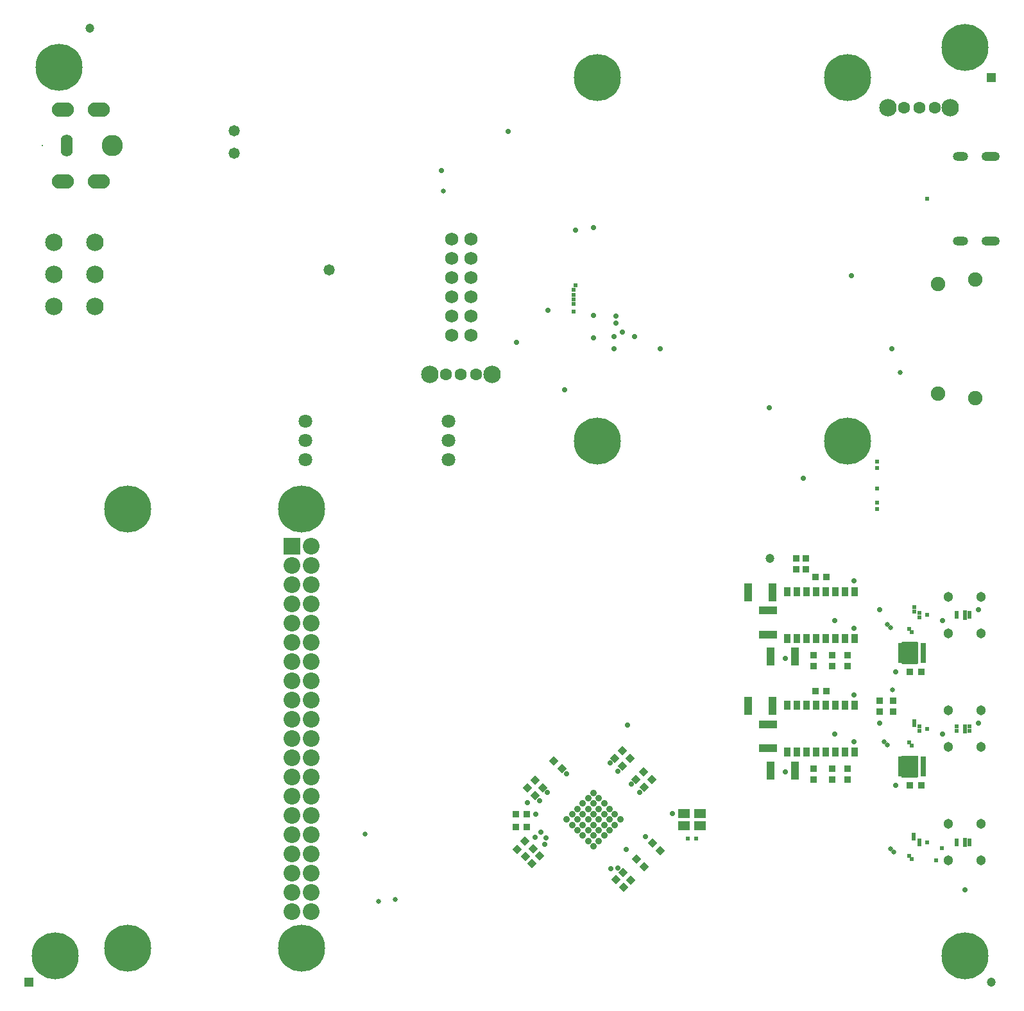
<source format=gbr>
%TF.GenerationSoftware,Altium Limited,Altium Designer,22.2.1 (43)*%
G04 Layer_Color=16711935*
%FSLAX26Y26*%
%MOIN*%
%TF.SameCoordinates,92DA24ED-A250-4A13-B4DD-B7D196A9CFE6*%
%TF.FilePolarity,Negative*%
%TF.FileFunction,Soldermask,Bot*%
%TF.Part,Single*%
G01*
G75*
%TA.AperFunction,SMDPad,CuDef*%
%ADD27R,0.023622X0.023622*%
%ADD39R,0.035433X0.033465*%
%ADD47R,0.043307X0.094488*%
%ADD48R,0.033465X0.035433*%
G04:AMPARAMS|DCode=93|XSize=33.465mil|YSize=35.433mil|CornerRadius=0mil|HoleSize=0mil|Usage=FLASHONLY|Rotation=225.000|XOffset=0mil|YOffset=0mil|HoleType=Round|Shape=Rectangle|*
%AMROTATEDRECTD93*
4,1,4,-0.000696,0.024359,0.024359,-0.000696,0.000696,-0.024359,-0.024359,0.000696,-0.000696,0.024359,0.0*
%
%ADD93ROTATEDRECTD93*%

G04:AMPARAMS|DCode=94|XSize=33.465mil|YSize=35.433mil|CornerRadius=0mil|HoleSize=0mil|Usage=FLASHONLY|Rotation=315.000|XOffset=0mil|YOffset=0mil|HoleType=Round|Shape=Rectangle|*
%AMROTATEDRECTD94*
4,1,4,-0.024359,-0.000696,0.000696,0.024359,0.024359,0.000696,-0.000696,-0.024359,-0.024359,-0.000696,0.0*
%
%ADD94ROTATEDRECTD94*%

%ADD95R,0.094488X0.043307*%
%ADD105R,0.037921X0.051307*%
%ADD106R,0.026504X0.027685*%
%TA.AperFunction,FiducialPad,Global*%
%ADD107R,0.047370X0.047370*%
%ADD108C,0.047370*%
%TA.AperFunction,SMDPad,CuDef*%
%ADD109R,0.059181X0.051307*%
%TA.AperFunction,ComponentPad*%
%ADD110O,0.094614X0.047370*%
%ADD111O,0.078866X0.047370*%
%ADD112C,0.051307*%
%ADD113C,0.090677*%
%ADD114C,0.086740*%
%ADD115R,0.086740X0.086740*%
%ADD116O,0.114299X0.074929*%
%ADD117C,0.110362*%
%ADD118O,0.063118X0.114299*%
%ADD119C,0.008000*%
%ADD120C,0.063118*%
%ADD121C,0.070992*%
%ADD122C,0.244220*%
%ADD123C,0.074929*%
%ADD124C,0.068000*%
%TA.AperFunction,ViaPad*%
%ADD125C,0.035559*%
%ADD126C,0.025716*%
%ADD127C,0.047370*%
%ADD128C,0.023748*%
%ADD129C,0.027685*%
%ADD130C,0.058000*%
G36*
X5658004Y2222478D02*
X5658518Y2222376D01*
X5659014Y2222207D01*
X5659485Y2221975D01*
X5659921Y2221684D01*
X5660315Y2221338D01*
X5660661Y2220944D01*
X5660952Y2220508D01*
X5661184Y2220038D01*
X5661352Y2219541D01*
X5661455Y2219027D01*
X5661489Y2218504D01*
Y2112205D01*
X5661455Y2111682D01*
X5661352Y2111167D01*
X5661184Y2110671D01*
X5660952Y2110200D01*
X5660661Y2109764D01*
X5660315Y2109370D01*
X5659921Y2109024D01*
X5659485Y2108733D01*
X5659014Y2108501D01*
X5658518Y2108333D01*
X5658004Y2108230D01*
X5657480Y2108196D01*
X5580709D01*
X5580185Y2108230D01*
X5579671Y2108333D01*
X5579175Y2108501D01*
X5578704Y2108733D01*
X5578268Y2109024D01*
X5577874Y2109370D01*
X5577529Y2109764D01*
X5577237Y2110200D01*
X5577005Y2110671D01*
X5576837Y2111167D01*
X5576734Y2111682D01*
X5576700Y2112205D01*
Y2218504D01*
X5576734Y2219027D01*
X5576837Y2219541D01*
X5577005Y2220038D01*
X5577237Y2220508D01*
X5577529Y2220944D01*
X5577874Y2221338D01*
X5578268Y2221684D01*
X5578704Y2221975D01*
X5579175Y2222207D01*
X5579671Y2222376D01*
X5580185Y2222478D01*
X5580709Y2222512D01*
X5657480D01*
X5658004Y2222478D01*
D02*
G37*
G36*
Y2813029D02*
X5658518Y2812927D01*
X5659014Y2812759D01*
X5659485Y2812527D01*
X5659921Y2812235D01*
X5660315Y2811890D01*
X5660661Y2811495D01*
X5660952Y2811059D01*
X5661184Y2810589D01*
X5661352Y2810093D01*
X5661455Y2809578D01*
X5661489Y2809055D01*
Y2702756D01*
X5661455Y2702233D01*
X5661352Y2701718D01*
X5661184Y2701222D01*
X5660952Y2700752D01*
X5660661Y2700316D01*
X5660315Y2699921D01*
X5659921Y2699576D01*
X5659485Y2699284D01*
X5659014Y2699052D01*
X5658518Y2698884D01*
X5658004Y2698782D01*
X5657480Y2698747D01*
X5580709D01*
X5580185Y2698782D01*
X5579671Y2698884D01*
X5579175Y2699052D01*
X5578704Y2699284D01*
X5578268Y2699576D01*
X5577874Y2699921D01*
X5577529Y2700316D01*
X5577237Y2700752D01*
X5577005Y2701222D01*
X5576837Y2701718D01*
X5576734Y2702233D01*
X5576700Y2702756D01*
Y2809055D01*
X5576734Y2809578D01*
X5576837Y2810093D01*
X5577005Y2810589D01*
X5577237Y2811059D01*
X5577529Y2811495D01*
X5577874Y2811890D01*
X5578268Y2812235D01*
X5578704Y2812527D01*
X5579175Y2812759D01*
X5579671Y2812927D01*
X5580185Y2813029D01*
X5580709Y2813064D01*
X5657480D01*
X5658004Y2813029D01*
D02*
G37*
D27*
X4509842Y1791339D02*
D03*
X4466535D02*
D03*
D39*
X5078740Y3247047D02*
D03*
Y3189961D02*
D03*
X5295276Y2097441D02*
D03*
Y2154528D02*
D03*
X5118110Y2097441D02*
D03*
Y2154528D02*
D03*
X5216535Y2097441D02*
D03*
Y2154528D02*
D03*
X5295276Y2687992D02*
D03*
Y2745079D02*
D03*
X5118110Y2687992D02*
D03*
Y2745079D02*
D03*
X5216535Y2687992D02*
D03*
Y2745079D02*
D03*
X5531496Y2508858D02*
D03*
Y2451772D02*
D03*
X5462598Y2508858D02*
D03*
Y2451772D02*
D03*
X5029528Y3247047D02*
D03*
Y3189961D02*
D03*
D47*
X4897638Y2736220D02*
D03*
X5023622D02*
D03*
X4897638Y2145669D02*
D03*
X5023622D02*
D03*
X4779528Y2480315D02*
D03*
X4905512D02*
D03*
X4779528Y3070866D02*
D03*
X4905512D02*
D03*
D48*
X5678150Y2066929D02*
D03*
X5621063D02*
D03*
X5678150Y2657480D02*
D03*
X5621063D02*
D03*
X5128937Y2559055D02*
D03*
X5186024D02*
D03*
X5128937Y3149606D02*
D03*
X5186024D02*
D03*
X3573819Y1917323D02*
D03*
X3630905D02*
D03*
X3573819Y1850394D02*
D03*
X3630905D02*
D03*
D93*
X3578242Y1735722D02*
D03*
X3618608Y1776089D02*
D03*
X4280026Y2098923D02*
D03*
X4239659Y2058557D02*
D03*
X4236719Y2138293D02*
D03*
X4196352Y2097927D02*
D03*
X4165852Y2209160D02*
D03*
X4125486Y2168793D02*
D03*
X4126482Y2248530D02*
D03*
X4086116Y2208163D02*
D03*
X3661916Y1736719D02*
D03*
X3621549Y1696352D02*
D03*
X3697349Y1701285D02*
D03*
X3656982Y1660919D02*
D03*
D94*
X4169789Y1574305D02*
D03*
X4129423Y1614671D02*
D03*
X4323333Y1727848D02*
D03*
X4282966Y1768215D02*
D03*
X3771155Y2193412D02*
D03*
X3811522Y2153045D02*
D03*
X3672730Y2094986D02*
D03*
X3713097Y2054620D02*
D03*
X3633360Y2055616D02*
D03*
X3673727Y2015250D02*
D03*
X4240656Y1645171D02*
D03*
X4200289Y1685537D02*
D03*
X4134356Y1538872D02*
D03*
X4093990Y1579238D02*
D03*
D95*
X4881890Y2259843D02*
D03*
Y2385827D02*
D03*
Y2850394D02*
D03*
Y2976378D02*
D03*
D105*
X5332480Y3074803D02*
D03*
X5282480D02*
D03*
X5232480D02*
D03*
X5182480D02*
D03*
X4982480D02*
D03*
X5032480D02*
D03*
X5082480D02*
D03*
X5132480D02*
D03*
X4982480Y2830709D02*
D03*
X5032480D02*
D03*
X5082480D02*
D03*
X5132480D02*
D03*
X5332480D02*
D03*
X5282480D02*
D03*
X5232480D02*
D03*
X5182480D02*
D03*
X5332480Y2484252D02*
D03*
X5282480D02*
D03*
X5232480D02*
D03*
X5182480D02*
D03*
X4982480D02*
D03*
X5032480D02*
D03*
X5082480D02*
D03*
X5132480D02*
D03*
X4982480Y2240157D02*
D03*
X5032480D02*
D03*
X5082480D02*
D03*
X5132480D02*
D03*
X5332480D02*
D03*
X5282480D02*
D03*
X5232480D02*
D03*
X5182480D02*
D03*
D106*
X5571850Y2794291D02*
D03*
X5687992Y2717520D02*
D03*
Y2743110D02*
D03*
Y2768701D02*
D03*
Y2794291D02*
D03*
X5571850Y2768701D02*
D03*
Y2743110D02*
D03*
Y2717520D02*
D03*
Y2203740D02*
D03*
X5687992Y2126968D02*
D03*
Y2152559D02*
D03*
Y2178150D02*
D03*
Y2203740D02*
D03*
X5571850Y2178150D02*
D03*
Y2152559D02*
D03*
Y2126968D02*
D03*
D107*
X6043307Y5748032D02*
D03*
X1043307Y1043307D02*
D03*
D108*
X1358268Y6003937D02*
D03*
X6043307Y1043307D02*
D03*
D109*
X4529528Y1922244D02*
D03*
X4446850D02*
D03*
Y1857284D02*
D03*
X4529528D02*
D03*
D110*
X6039370Y4896850D02*
D03*
Y5339370D02*
D03*
D111*
X5881890Y4896850D02*
D03*
Y5339370D02*
D03*
D112*
X5820866Y2858268D02*
D03*
Y3047244D02*
D03*
X5990158D02*
D03*
Y2858268D02*
D03*
X5820866Y1677165D02*
D03*
Y1866142D02*
D03*
X5990158D02*
D03*
Y1677165D02*
D03*
X5820866Y2267716D02*
D03*
Y2456693D02*
D03*
X5990158D02*
D03*
Y2267716D02*
D03*
D113*
X1387795Y4889764D02*
D03*
Y4724409D02*
D03*
Y4559055D02*
D03*
X1171260Y4889764D02*
D03*
Y4724409D02*
D03*
Y4559055D02*
D03*
X5507874Y5590551D02*
D03*
X5830709D02*
D03*
X3448819Y4204724D02*
D03*
X3125984D02*
D03*
D114*
X2510866Y1412205D02*
D03*
X2410866D02*
D03*
X2510866Y1512205D02*
D03*
X2410866D02*
D03*
X2510866Y1612205D02*
D03*
X2410866D02*
D03*
X2510866Y1712205D02*
D03*
X2410866D02*
D03*
X2510866Y1812205D02*
D03*
X2410866D02*
D03*
X2510866Y1912205D02*
D03*
X2410866D02*
D03*
X2510866Y2012205D02*
D03*
X2410866D02*
D03*
X2510866Y2112205D02*
D03*
X2410866D02*
D03*
X2510866Y2212205D02*
D03*
X2410866D02*
D03*
X2510866Y2312205D02*
D03*
X2410866D02*
D03*
X2510866Y2412205D02*
D03*
X2410866D02*
D03*
X2510866Y2512205D02*
D03*
X2410866D02*
D03*
X2510866Y2612205D02*
D03*
X2410866D02*
D03*
X2510866Y2712205D02*
D03*
X2410866D02*
D03*
X2510866Y2812205D02*
D03*
X2410866D02*
D03*
X2510866Y2912205D02*
D03*
X2410866D02*
D03*
X2510866Y3012205D02*
D03*
X2410866D02*
D03*
X2510866Y3112205D02*
D03*
X2410866D02*
D03*
X2510866Y3212205D02*
D03*
X2410866D02*
D03*
X2510866Y3312205D02*
D03*
D115*
X2410866D02*
D03*
D116*
X1405512Y5206693D02*
D03*
Y5580709D02*
D03*
X1220472D02*
D03*
Y5206693D02*
D03*
D117*
X1476378Y5393701D02*
D03*
D118*
X1240158D02*
D03*
D119*
X1112205D02*
D03*
D120*
X5748032Y5590551D02*
D03*
X5669291D02*
D03*
X5590551D02*
D03*
X3208661Y4204724D02*
D03*
X3287402D02*
D03*
X3366142D02*
D03*
D121*
X3224409Y3962205D02*
D03*
Y3862205D02*
D03*
Y3762205D02*
D03*
X2480315Y3962205D02*
D03*
Y3862205D02*
D03*
Y3762205D02*
D03*
D122*
X5905512Y5905512D02*
D03*
X2460630Y3503937D02*
D03*
X1181102Y1181102D02*
D03*
X1200000Y5800000D02*
D03*
X5905512Y1181102D02*
D03*
X3996063Y3858268D02*
D03*
X5295276D02*
D03*
X3996063Y5748032D02*
D03*
X5295276D02*
D03*
X1555118Y3503937D02*
D03*
X2460630Y1220472D02*
D03*
X1555118D02*
D03*
D123*
X5960630Y4080709D02*
D03*
X5767717Y4104331D02*
D03*
X5960630Y4698819D02*
D03*
X5767717Y4675197D02*
D03*
D124*
X3339961Y4406299D02*
D03*
X3239961D02*
D03*
X3339961Y4806299D02*
D03*
X3239961D02*
D03*
Y4906299D02*
D03*
X3339961D02*
D03*
Y4706299D02*
D03*
X3239961D02*
D03*
X3339961Y4606299D02*
D03*
X3239961D02*
D03*
X3339961Y4506299D02*
D03*
X3239961D02*
D03*
D125*
X3920700Y1973280D02*
D03*
X3948539Y2001119D02*
D03*
X3976378Y2028958D02*
D03*
X4004217Y2001119D02*
D03*
X3976378Y1973280D02*
D03*
X3948539Y1945441D02*
D03*
X4115572Y1889764D02*
D03*
X4087733Y1861925D02*
D03*
X4059894Y1834086D02*
D03*
X4087733Y1917603D02*
D03*
X4059894Y1889764D02*
D03*
X4032056Y1861925D02*
D03*
X4059894Y1945441D02*
D03*
X4032056Y1917603D02*
D03*
X4004217Y1889764D02*
D03*
X4032056Y1973280D02*
D03*
X4004217Y1945441D02*
D03*
X3976378Y1917603D02*
D03*
X4032056Y1806247D02*
D03*
X4004217Y1778408D02*
D03*
X3976378Y1750570D02*
D03*
X3948539Y1778408D02*
D03*
X3976378Y1806247D02*
D03*
X4004217Y1834086D02*
D03*
X3837184Y1889764D02*
D03*
X3865023Y1917603D02*
D03*
X3892861Y1945441D02*
D03*
X3865023Y1861925D02*
D03*
X3892861Y1889764D02*
D03*
X3920700Y1917603D02*
D03*
X3892861Y1834086D02*
D03*
X3920700Y1861925D02*
D03*
X3948539Y1889764D02*
D03*
X3920700Y1806247D02*
D03*
X3948539Y1834086D02*
D03*
X3976378Y1861925D02*
D03*
D126*
X5519322Y1738553D02*
D03*
X5535329Y1722545D02*
D03*
X5487333Y2293179D02*
D03*
X5503341Y2277171D02*
D03*
X5502097Y2903415D02*
D03*
X5518104Y2887407D02*
D03*
X5531000Y2563000D02*
D03*
X5568000Y4213000D02*
D03*
X3195000Y5158000D02*
D03*
X2859000Y1466000D02*
D03*
X2790000Y1815000D02*
D03*
X2946000Y1474000D02*
D03*
D127*
X4893000Y3247000D02*
D03*
D128*
X3872000Y4596000D02*
D03*
X3873000Y4619000D02*
D03*
X5863000Y1761024D02*
D03*
Y1782614D02*
D03*
X5930000Y1761614D02*
D03*
Y1782480D02*
D03*
X5863000Y2352165D02*
D03*
Y2373032D02*
D03*
X5930000Y2352165D02*
D03*
Y2373032D02*
D03*
Y2964488D02*
D03*
Y2943780D02*
D03*
X5863000Y2964488D02*
D03*
Y2943780D02*
D03*
X3871877Y4644486D02*
D03*
X3873648Y4569883D02*
D03*
X3871458Y4531705D02*
D03*
X5642204Y2381299D02*
D03*
Y2402165D02*
D03*
X5629331Y1684646D02*
D03*
X5614724Y1699803D02*
D03*
X5629252Y2275276D02*
D03*
X5614803Y2290276D02*
D03*
X5668678Y1760630D02*
D03*
Y1782677D02*
D03*
Y2351968D02*
D03*
Y2372835D02*
D03*
X5640000Y1789764D02*
D03*
X5640986Y1812205D02*
D03*
X5668678Y2962795D02*
D03*
Y2941929D02*
D03*
X5614724Y2880905D02*
D03*
X5629331Y2865748D02*
D03*
X5642204Y2993110D02*
D03*
Y2972244D02*
D03*
X5755905Y1677165D02*
D03*
X5787402Y1740158D02*
D03*
X3881890Y4669291D02*
D03*
X5448819Y3751968D02*
D03*
Y3716535D02*
D03*
Y3610236D02*
D03*
Y3539370D02*
D03*
Y3503937D02*
D03*
X5708661Y1771653D02*
D03*
Y2952756D02*
D03*
Y2362205D02*
D03*
Y5118110D02*
D03*
X5905512Y1771653D02*
D03*
Y1757874D02*
D03*
Y1785433D02*
D03*
Y2952756D02*
D03*
Y2938976D02*
D03*
Y2966535D02*
D03*
Y2375984D02*
D03*
Y2348425D02*
D03*
Y2362205D02*
D03*
D129*
X3672000Y1798000D02*
D03*
X4246000Y1801000D02*
D03*
X5231000Y2923551D02*
D03*
Y2333000D02*
D03*
X3531496Y5468504D02*
D03*
X3185039Y5263779D02*
D03*
X3701772Y1822835D02*
D03*
X5314961Y4716535D02*
D03*
X5527559Y4338583D02*
D03*
X5905512Y1523622D02*
D03*
X5066929Y3665354D02*
D03*
X4889764Y4031496D02*
D03*
X3881890Y4952756D02*
D03*
X3739173Y4537402D02*
D03*
X3574803Y4370079D02*
D03*
X4127134Y4423000D02*
D03*
X3826772Y4125984D02*
D03*
X3976378Y4393701D02*
D03*
X4385827Y1921260D02*
D03*
X5330709Y2295276D02*
D03*
Y2885827D02*
D03*
Y3129921D02*
D03*
Y2539370D02*
D03*
X5547244Y2066929D02*
D03*
X4972441Y2137795D02*
D03*
Y2728347D02*
D03*
X5547244Y2657480D02*
D03*
X4082677Y4338583D02*
D03*
X4322835D02*
D03*
X4082677Y4401575D02*
D03*
X4188976D02*
D03*
X4153543Y2381890D02*
D03*
X3631890Y1978347D02*
D03*
X3677165Y1917323D02*
D03*
X3728347Y1795276D02*
D03*
X3724078Y1762205D02*
D03*
X4066929Y1632953D02*
D03*
X4146000Y1734000D02*
D03*
X3834900Y2128144D02*
D03*
X3737464Y2030708D02*
D03*
X3695706Y1988950D02*
D03*
X4103936Y1637464D02*
D03*
X4214758Y2031242D02*
D03*
X4061645Y2184355D02*
D03*
X4103403Y2142597D02*
D03*
X4173000Y2073000D02*
D03*
X5788000Y2924102D02*
D03*
X5975000Y2982102D02*
D03*
X5464000Y2982551D02*
D03*
Y2392000D02*
D03*
X4092056Y4506229D02*
D03*
X4091413Y4469413D02*
D03*
X3977000Y4512000D02*
D03*
X3976000Y4968000D02*
D03*
X5975000Y2391551D02*
D03*
X5788000Y2333551D02*
D03*
D130*
X2602000Y4749000D02*
D03*
X2110236Y5472441D02*
D03*
Y5354331D02*
D03*
%TF.MD5,586f6499aa280fe90fc8e29dd8e5dd0a*%
M02*

</source>
